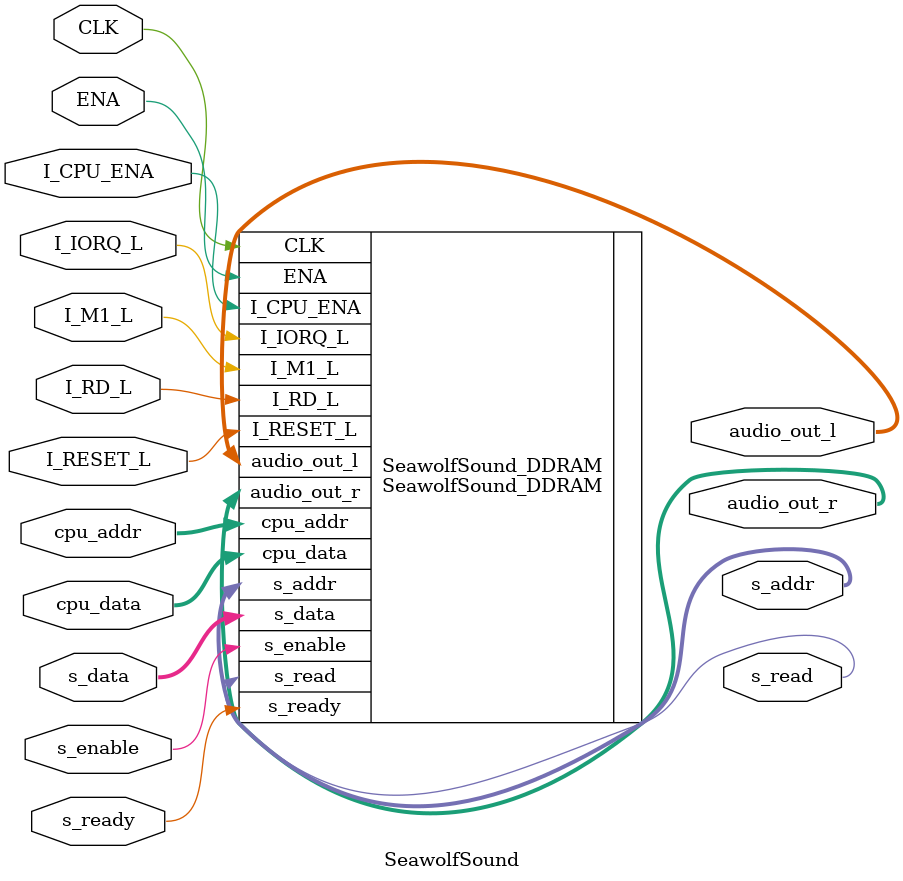
<source format=sv>

module SeawolfSound
(
   input  [15:0] 		cpu_addr,
   input  [ 7:0] 		cpu_data,

   input             s_enable,
   output [23:0] 		s_addr,
   input  [15:0] 		s_data,
	output				s_read,
	input             s_ready,

   output [15:0] 		audio_out_l,
   output [15:0] 		audio_out_r,

   input             I_RESET_L,
   input             I_M1_L,
   input             I_RD_L,
   input             I_IORQ_L,

   input             I_CPU_ENA,
   input             ENA,
   input             CLK
);

`ifdef MISTER_FB

	// If frame buffer is being used, then samples are in SDRAM

	SeawolfSound_SDRAM SeawolfSound_SDRAM
	(
		.cpu_addr(cpu_addr),
		.cpu_data(cpu_data),

		.s_enable(s_enable),
		.s_addr(s_addr),
		.s_data(s_data),
		.s_read(s_read),

		.audio_out_l(audio_out_l),
		.audio_out_r(audio_out_r),

		.I_RESET_L(I_RESET_L),
		.I_M1_L(I_M1_L),
		.I_RD_L(I_RD_L),
		.I_IORQ_L(I_IORQ_L),

		.I_CPU_ENA(I_CPU_ENA),
		.ENA(ENA),
		.CLK(CLK)
	);

`else

	// frame buffer not used, then samples are in DDRAM

	SeawolfSound_DDRAM SeawolfSound_DDRAM
	(
		.cpu_addr(cpu_addr),
		.cpu_data(cpu_data),

		.s_enable(s_enable),
		.s_addr(s_addr),
		.s_data(s_data),
		.s_read(s_read),
		.s_ready(s_ready),

		.audio_out_l(audio_out_l),
		.audio_out_r(audio_out_r),

		.I_RESET_L(I_RESET_L),
		.I_M1_L(I_M1_L),
		.I_RD_L(I_RD_L),
		.I_IORQ_L(I_IORQ_L),

		.I_CPU_ENA(I_CPU_ENA),
		.ENA(ENA),
		.CLK(CLK)
	);
	
`endif

endmodule

</source>
